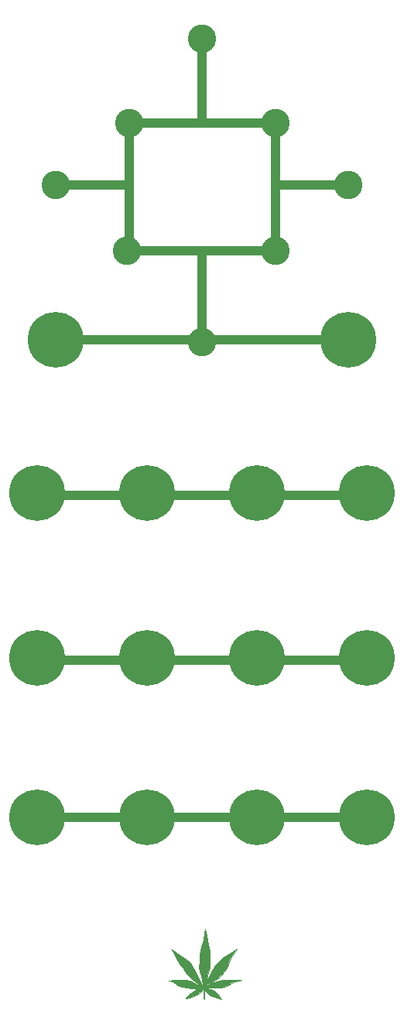
<source format=gbr>
G04 #@! TF.GenerationSoftware,KiCad,Pcbnew,(5.1.5-0)*
G04 #@! TF.CreationDate,2021-01-12T22:35:17-08:00*
G04 #@! TF.ProjectId,hyperchaosdeluxe,68797065-7263-4686-916f-7364656c7578,rev?*
G04 #@! TF.SameCoordinates,Original*
G04 #@! TF.FileFunction,Copper,L1,Top*
G04 #@! TF.FilePolarity,Positive*
%FSLAX46Y46*%
G04 Gerber Fmt 4.6, Leading zero omitted, Abs format (unit mm)*
G04 Created by KiCad (PCBNEW (5.1.5-0)) date 2021-01-12 22:35:17*
%MOMM*%
%LPD*%
G04 APERTURE LIST*
%ADD10C,1.000000*%
%ADD11C,0.100000*%
%ADD12C,3.100000*%
%ADD13C,6.100000*%
G04 APERTURE END LIST*
D10*
X41000000Y-355000000D02*
X9000000Y-355000000D01*
X41000000Y-337750000D02*
X9000000Y-337750000D01*
X41000000Y-319750000D02*
X9000000Y-319750000D01*
X41000000Y-302750000D02*
X9000000Y-302750000D01*
X25000000Y-293000000D02*
X25000000Y-301750000D01*
X17000000Y-293000000D02*
X17000000Y-278750000D01*
X8125000Y-285750000D02*
X16875000Y-285750000D01*
X25000000Y-270000000D02*
X25000000Y-278750000D01*
X17000000Y-279000000D02*
X33000000Y-279000000D01*
X33000000Y-285750000D02*
X41625000Y-285750000D01*
X33000000Y-278750000D02*
X33000000Y-293000000D01*
X33000000Y-293000000D02*
X17000000Y-293000000D01*
D11*
G36*
X21846400Y-369524900D02*
G01*
X22163900Y-369766200D01*
X22729050Y-370083700D01*
X23325950Y-370515500D01*
X23700600Y-370896500D01*
X24100650Y-371461650D01*
X24697550Y-372642750D01*
X24996000Y-373207900D01*
X25008700Y-373220600D01*
X24678500Y-373246000D01*
X24576900Y-373195200D01*
X24221300Y-372947550D01*
X23814900Y-372579250D01*
X23484700Y-372230000D01*
X23129100Y-371798200D01*
X22849700Y-371379100D01*
X22659200Y-371125100D01*
X22405200Y-370667900D01*
X22151200Y-370299600D01*
X21909900Y-369880500D01*
X21630500Y-369321700D01*
X21846400Y-369524900D01*
G37*
X21846400Y-369524900D02*
X22163900Y-369766200D01*
X22729050Y-370083700D01*
X23325950Y-370515500D01*
X23700600Y-370896500D01*
X24100650Y-371461650D01*
X24697550Y-372642750D01*
X24996000Y-373207900D01*
X25008700Y-373220600D01*
X24678500Y-373246000D01*
X24576900Y-373195200D01*
X24221300Y-372947550D01*
X23814900Y-372579250D01*
X23484700Y-372230000D01*
X23129100Y-371798200D01*
X22849700Y-371379100D01*
X22659200Y-371125100D01*
X22405200Y-370667900D01*
X22151200Y-370299600D01*
X21909900Y-369880500D01*
X21630500Y-369321700D01*
X21846400Y-369524900D01*
G36*
X23252925Y-372703075D02*
G01*
X23589475Y-372798325D01*
X23853000Y-372890400D01*
X24551500Y-373296800D01*
X24581980Y-373324740D01*
X24589600Y-373309500D01*
X24589600Y-373322200D01*
X24581980Y-373324740D01*
X24500700Y-373487300D01*
X24894400Y-373627000D01*
X24684850Y-373652400D01*
X24291150Y-373677800D01*
X23814900Y-373677800D01*
X23370400Y-373614300D01*
X22887800Y-373500000D01*
X22494100Y-373385700D01*
X22087700Y-373157100D01*
X21770200Y-372928500D01*
X21363800Y-372801500D01*
X22011500Y-372750700D01*
X22544900Y-372712600D01*
X23008450Y-372706250D01*
X23252925Y-372703075D01*
G37*
X23252925Y-372703075D02*
X23589475Y-372798325D01*
X23853000Y-372890400D01*
X24551500Y-373296800D01*
X24581980Y-373324740D01*
X24589600Y-373309500D01*
X24589600Y-373322200D01*
X24581980Y-373324740D01*
X24500700Y-373487300D01*
X24894400Y-373627000D01*
X24684850Y-373652400D01*
X24291150Y-373677800D01*
X23814900Y-373677800D01*
X23370400Y-373614300D01*
X22887800Y-373500000D01*
X22494100Y-373385700D01*
X22087700Y-373157100D01*
X21770200Y-372928500D01*
X21363800Y-372801500D01*
X22011500Y-372750700D01*
X22544900Y-372712600D01*
X23008450Y-372706250D01*
X23252925Y-372703075D01*
G36*
X25116650Y-373766700D02*
G01*
X24748350Y-374198500D01*
X24310200Y-374471550D01*
X23929200Y-374611250D01*
X23179900Y-374776350D01*
X23662500Y-374249300D01*
X24056200Y-373982600D01*
X24424500Y-373779400D01*
X24894400Y-373703200D01*
X24919800Y-373703200D01*
X25116650Y-373766700D01*
G37*
X25116650Y-373766700D02*
X24748350Y-374198500D01*
X24310200Y-374471550D01*
X23929200Y-374611250D01*
X23179900Y-374776350D01*
X23662500Y-374249300D01*
X24056200Y-373982600D01*
X24424500Y-373779400D01*
X24894400Y-373703200D01*
X24919800Y-373703200D01*
X25116650Y-373766700D01*
G36*
X25250000Y-373284100D02*
G01*
X25038862Y-373477775D01*
X25257937Y-373573025D01*
X26008825Y-374115950D01*
X25827850Y-374211200D01*
X25250000Y-373754000D01*
X25262700Y-374846200D01*
X25148400Y-374706500D01*
X25142050Y-373817500D01*
X25186500Y-373817500D01*
X24805500Y-373601600D01*
X24519750Y-373449200D01*
X24684850Y-373169800D01*
X25250000Y-373284100D01*
G37*
X25250000Y-373284100D02*
X25038862Y-373477775D01*
X25257937Y-373573025D01*
X26008825Y-374115950D01*
X25827850Y-374211200D01*
X25250000Y-373754000D01*
X25262700Y-374846200D01*
X25148400Y-374706500D01*
X25142050Y-373817500D01*
X25186500Y-373817500D01*
X24805500Y-373601600D01*
X24519750Y-373449200D01*
X24684850Y-373169800D01*
X25250000Y-373284100D01*
G36*
X25891350Y-373741300D02*
G01*
X26443800Y-374020700D01*
X26770825Y-374347725D01*
X26905763Y-374577913D01*
X27137538Y-374847788D01*
X26831150Y-374763650D01*
X26577150Y-374687450D01*
X26399350Y-374623950D01*
X26024700Y-374490600D01*
X25665925Y-374296925D01*
X25405575Y-374011175D01*
X25281750Y-373849250D01*
X25345250Y-373887350D01*
X25319850Y-373823850D01*
X25383350Y-373652400D01*
X25891350Y-373741300D01*
G37*
X25891350Y-373741300D02*
X26443800Y-374020700D01*
X26770825Y-374347725D01*
X26905763Y-374577913D01*
X27137538Y-374847788D01*
X26831150Y-374763650D01*
X26577150Y-374687450D01*
X26399350Y-374623950D01*
X26024700Y-374490600D01*
X25665925Y-374296925D01*
X25405575Y-374011175D01*
X25281750Y-373849250D01*
X25345250Y-373887350D01*
X25319850Y-373823850D01*
X25383350Y-373652400D01*
X25891350Y-373741300D01*
G36*
X28323400Y-372738000D02*
G01*
X28755200Y-372763400D01*
X29333207Y-372773943D01*
X28653600Y-372928500D01*
X28221800Y-373119000D01*
X27878900Y-373334900D01*
X27459800Y-373500000D01*
X26926400Y-373588900D01*
X26481900Y-373614300D01*
X25904050Y-373595250D01*
X25326200Y-373576200D01*
X25262700Y-373500000D01*
X25478600Y-373436500D01*
X25485585Y-373385700D01*
X25801815Y-373258700D01*
X26335850Y-373030100D01*
X26888300Y-372826900D01*
X27282000Y-372712600D01*
X27726500Y-372712600D01*
X28323400Y-372738000D01*
G37*
X28323400Y-372738000D02*
X28755200Y-372763400D01*
X29333207Y-372773943D01*
X28653600Y-372928500D01*
X28221800Y-373119000D01*
X27878900Y-373334900D01*
X27459800Y-373500000D01*
X26926400Y-373588900D01*
X26481900Y-373614300D01*
X25904050Y-373595250D01*
X25326200Y-373576200D01*
X25262700Y-373500000D01*
X25478600Y-373436500D01*
X25485585Y-373385700D01*
X25801815Y-373258700D01*
X26335850Y-373030100D01*
X26888300Y-372826900D01*
X27282000Y-372712600D01*
X27726500Y-372712600D01*
X28323400Y-372738000D01*
G36*
X28310700Y-370083700D02*
G01*
X28069400Y-370579000D01*
X27866200Y-371036200D01*
X27605850Y-371556900D01*
X27332800Y-371912500D01*
X27021650Y-372325250D01*
X26551750Y-372718950D01*
X26050100Y-373055500D01*
X24945200Y-373652400D01*
X24970600Y-373322200D01*
X25275400Y-373271400D01*
X25523050Y-372833250D01*
X25738950Y-372369700D01*
X25904050Y-372039500D01*
X26088200Y-371747400D01*
X26253300Y-371429900D01*
X26532700Y-371074300D01*
X26812100Y-370756800D01*
X27142300Y-370464700D01*
X27485200Y-370236100D01*
X27866200Y-369982100D01*
X28259900Y-369715400D01*
X28793300Y-369321700D01*
X28310700Y-370083700D01*
G37*
X28310700Y-370083700D02*
X28069400Y-370579000D01*
X27866200Y-371036200D01*
X27605850Y-371556900D01*
X27332800Y-371912500D01*
X27021650Y-372325250D01*
X26551750Y-372718950D01*
X26050100Y-373055500D01*
X24945200Y-373652400D01*
X24970600Y-373322200D01*
X25275400Y-373271400D01*
X25523050Y-372833250D01*
X25738950Y-372369700D01*
X25904050Y-372039500D01*
X26088200Y-371747400D01*
X26253300Y-371429900D01*
X26532700Y-371074300D01*
X26812100Y-370756800D01*
X27142300Y-370464700D01*
X27485200Y-370236100D01*
X27866200Y-369982100D01*
X28259900Y-369715400D01*
X28793300Y-369321700D01*
X28310700Y-370083700D01*
G36*
X25465900Y-367950100D02*
G01*
X25567500Y-368432700D01*
X25681800Y-368889900D01*
X25764350Y-369220100D01*
X25827850Y-369601100D01*
X25872300Y-370121800D01*
X25872300Y-370655200D01*
X25821500Y-371239400D01*
X25758000Y-371760100D01*
X25615125Y-372255400D01*
X25316675Y-373271400D01*
X25103950Y-373220600D01*
X24869000Y-372306200D01*
X24695962Y-371442600D01*
X24711837Y-370655200D01*
X24764225Y-369994800D01*
X24926150Y-369220100D01*
X25161100Y-368407300D01*
X25288100Y-367632600D01*
X25351600Y-367111900D01*
X25465900Y-367950100D01*
G37*
X25465900Y-367950100D02*
X25567500Y-368432700D01*
X25681800Y-368889900D01*
X25764350Y-369220100D01*
X25827850Y-369601100D01*
X25872300Y-370121800D01*
X25872300Y-370655200D01*
X25821500Y-371239400D01*
X25758000Y-371760100D01*
X25615125Y-372255400D01*
X25316675Y-373271400D01*
X25103950Y-373220600D01*
X24869000Y-372306200D01*
X24695962Y-371442600D01*
X24711837Y-370655200D01*
X24764225Y-369994800D01*
X24926150Y-369220100D01*
X25161100Y-368407300D01*
X25288100Y-367632600D01*
X25351600Y-367111900D01*
X25465900Y-367950100D01*
D12*
X33000000Y-293000000D03*
X25000000Y-303000000D03*
X16750000Y-293000000D03*
X9000000Y-285750000D03*
X17000000Y-279000000D03*
X25000000Y-269750000D03*
X33000000Y-279000000D03*
X41000000Y-285750000D03*
D13*
X41000000Y-302750000D03*
X9000000Y-302750000D03*
X43000000Y-355000000D03*
X31000000Y-355000000D03*
X19000000Y-355000000D03*
X7000000Y-355000000D03*
X7000000Y-337500000D03*
X19000000Y-337500000D03*
X31000000Y-337500000D03*
X43000000Y-337500000D03*
X43000000Y-319500000D03*
X31000000Y-319500000D03*
X19000000Y-319500000D03*
X7000000Y-319500000D03*
M02*

</source>
